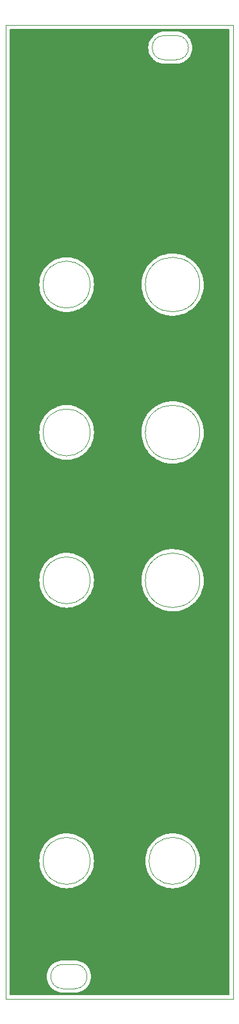
<source format=gbl>
G04 #@! TF.GenerationSoftware,KiCad,Pcbnew,(6.0.1)*
G04 #@! TF.CreationDate,2023-06-10T19:21:57+02:00*
G04 #@! TF.ProjectId,mixerfront,6d697865-7266-4726-9f6e-742e6b696361,rev?*
G04 #@! TF.SameCoordinates,Original*
G04 #@! TF.FileFunction,Copper,L2,Bot*
G04 #@! TF.FilePolarity,Positive*
%FSLAX46Y46*%
G04 Gerber Fmt 4.6, Leading zero omitted, Abs format (unit mm)*
G04 Created by KiCad (PCBNEW (6.0.1)) date 2023-06-10 19:21:57*
%MOMM*%
%LPD*%
G01*
G04 APERTURE LIST*
G04 #@! TA.AperFunction,Profile*
%ADD10C,0.100000*%
G04 #@! TD*
G04 APERTURE END LIST*
D10*
X100600000Y-123250000D02*
G75*
G03*
X100600000Y-123250000I-3600000J0D01*
G01*
X82500000Y-173900000D02*
X84100000Y-173900000D01*
X100600000Y-84250000D02*
G75*
G03*
X100600000Y-84250000I-3600000J0D01*
G01*
X75000000Y-169249999D02*
X75000000Y-178499999D01*
X100600000Y-103750000D02*
G75*
G03*
X100600000Y-103750000I-3600000J0D01*
G01*
X105000000Y-178499998D02*
X105000000Y-169250000D01*
X82500000Y-177100000D02*
X84100000Y-177100000D01*
X97500000Y-54600000D02*
X95900000Y-54600000D01*
X105000000Y-59250000D02*
X105000000Y-50000000D01*
X105000000Y-59250000D02*
X105000000Y-169250000D01*
X97500000Y-51400000D02*
X95900000Y-51400000D01*
X86100000Y-123250000D02*
G75*
G03*
X86100000Y-123250000I-3100000J0D01*
G01*
X86100000Y-103750000D02*
G75*
G03*
X86100000Y-103750000I-3100000J0D01*
G01*
X86100000Y-84250000D02*
G75*
G03*
X86100000Y-84250000I-3100000J0D01*
G01*
X75000000Y-50000000D02*
X75000000Y-59250000D01*
X84100000Y-177100000D02*
G75*
G03*
X84100000Y-173900000I0J1600000D01*
G01*
X105000000Y-50000000D02*
X75000000Y-50000000D01*
X75000000Y-169250000D02*
X75000000Y-59250000D01*
X86100000Y-160250000D02*
G75*
G03*
X86100000Y-160250000I-3100000J0D01*
G01*
X75000000Y-178499999D02*
X105000000Y-178499998D01*
X82500000Y-173900000D02*
G75*
G03*
X82500000Y-177100000I0J-1600000D01*
G01*
X100100000Y-160250000D02*
G75*
G03*
X100100000Y-160250000I-3100000J0D01*
G01*
X95900000Y-51400000D02*
G75*
G03*
X95900000Y-54600000I0J-1600000D01*
G01*
X97500000Y-54600000D02*
G75*
G03*
X97500000Y-51400000I0J1600000D01*
G01*
G04 #@! TA.AperFunction,NonConductor*
G36*
X104434121Y-50528002D02*
G01*
X104480614Y-50581658D01*
X104492000Y-50634000D01*
X104492000Y-177865998D01*
X104471998Y-177934119D01*
X104418342Y-177980612D01*
X104366000Y-177991998D01*
X90000000Y-177991999D01*
X75634000Y-177991999D01*
X75565879Y-177971997D01*
X75519386Y-177918341D01*
X75508000Y-177865999D01*
X75508000Y-175500000D01*
X80387477Y-175500000D01*
X80405550Y-175775740D01*
X80459459Y-176046761D01*
X80548283Y-176308428D01*
X80550107Y-176312126D01*
X80651761Y-176518260D01*
X80670501Y-176556262D01*
X80824023Y-176786023D01*
X80826737Y-176789117D01*
X80826741Y-176789123D01*
X81003512Y-176990690D01*
X81006221Y-176993779D01*
X81009310Y-176996488D01*
X81210877Y-177173259D01*
X81210883Y-177173263D01*
X81213977Y-177175977D01*
X81217403Y-177178266D01*
X81217408Y-177178270D01*
X81388968Y-177292902D01*
X81443739Y-177329499D01*
X81447438Y-177331323D01*
X81447443Y-177331326D01*
X81574440Y-177393954D01*
X81691572Y-177451717D01*
X81695477Y-177453042D01*
X81695478Y-177453043D01*
X81949332Y-177539215D01*
X81949335Y-177539216D01*
X81953239Y-177540541D01*
X81957278Y-177541344D01*
X81957284Y-177541346D01*
X82220217Y-177593646D01*
X82220220Y-177593646D01*
X82224260Y-177594450D01*
X82228371Y-177594719D01*
X82228375Y-177594720D01*
X82317277Y-177600547D01*
X82467761Y-177610410D01*
X82480403Y-177611884D01*
X82487461Y-177613071D01*
X82493816Y-177613149D01*
X82495141Y-177613165D01*
X82495145Y-177613165D01*
X82500000Y-177613224D01*
X82527588Y-177609273D01*
X82545451Y-177608000D01*
X84046793Y-177608000D01*
X84067697Y-177609746D01*
X84087461Y-177613071D01*
X84093517Y-177613145D01*
X84095130Y-177613165D01*
X84095135Y-177613165D01*
X84100000Y-177613224D01*
X84104817Y-177612534D01*
X84105415Y-177612495D01*
X84113864Y-177611614D01*
X84371625Y-177594720D01*
X84371629Y-177594719D01*
X84375740Y-177594450D01*
X84379780Y-177593646D01*
X84379783Y-177593646D01*
X84642716Y-177541346D01*
X84642722Y-177541344D01*
X84646761Y-177540541D01*
X84650665Y-177539216D01*
X84650668Y-177539215D01*
X84904522Y-177453043D01*
X84904523Y-177453042D01*
X84908428Y-177451717D01*
X85025693Y-177393889D01*
X85152558Y-177331326D01*
X85152563Y-177331323D01*
X85156262Y-177329499D01*
X85209044Y-177294231D01*
X85382592Y-177178270D01*
X85382597Y-177178266D01*
X85386023Y-177175977D01*
X85389117Y-177173263D01*
X85389123Y-177173259D01*
X85590690Y-176996488D01*
X85593779Y-176993779D01*
X85596488Y-176990690D01*
X85773259Y-176789123D01*
X85773263Y-176789117D01*
X85775977Y-176786023D01*
X85929499Y-176556262D01*
X85948240Y-176518260D01*
X86049893Y-176312126D01*
X86051717Y-176308428D01*
X86140541Y-176046761D01*
X86194450Y-175775740D01*
X86212523Y-175500000D01*
X86194450Y-175224260D01*
X86140541Y-174953239D01*
X86051717Y-174691572D01*
X85929499Y-174443739D01*
X85775977Y-174213977D01*
X85773263Y-174210883D01*
X85773259Y-174210877D01*
X85596488Y-174009310D01*
X85593779Y-174006221D01*
X85590690Y-174003512D01*
X85389123Y-173826741D01*
X85389117Y-173826737D01*
X85386023Y-173824023D01*
X85382597Y-173821734D01*
X85382592Y-173821730D01*
X85159695Y-173672795D01*
X85156262Y-173670501D01*
X85152563Y-173668677D01*
X85152558Y-173668674D01*
X85025693Y-173606111D01*
X84908428Y-173548283D01*
X84904522Y-173546957D01*
X84650668Y-173460785D01*
X84650665Y-173460784D01*
X84646761Y-173459459D01*
X84642722Y-173458656D01*
X84642716Y-173458654D01*
X84379783Y-173406354D01*
X84379780Y-173406354D01*
X84375740Y-173405550D01*
X84371629Y-173405281D01*
X84371625Y-173405280D01*
X84282723Y-173399453D01*
X84132239Y-173389590D01*
X84119597Y-173388116D01*
X84112539Y-173386929D01*
X84106184Y-173386851D01*
X84104859Y-173386835D01*
X84104855Y-173386835D01*
X84100000Y-173386776D01*
X84075715Y-173390254D01*
X84072412Y-173390727D01*
X84054549Y-173392000D01*
X82553207Y-173392000D01*
X82532303Y-173390254D01*
X82521199Y-173388386D01*
X82512539Y-173386929D01*
X82506483Y-173386855D01*
X82504870Y-173386835D01*
X82504865Y-173386835D01*
X82500000Y-173386776D01*
X82495183Y-173387466D01*
X82494585Y-173387505D01*
X82486136Y-173388386D01*
X82228375Y-173405280D01*
X82228371Y-173405281D01*
X82224260Y-173405550D01*
X82220220Y-173406354D01*
X82220217Y-173406354D01*
X81957284Y-173458654D01*
X81957278Y-173458656D01*
X81953239Y-173459459D01*
X81949335Y-173460784D01*
X81949332Y-173460785D01*
X81695478Y-173546957D01*
X81691572Y-173548283D01*
X81574440Y-173606046D01*
X81447443Y-173668674D01*
X81447438Y-173668677D01*
X81443739Y-173670501D01*
X81440306Y-173672795D01*
X81217408Y-173821730D01*
X81217403Y-173821734D01*
X81213977Y-173824023D01*
X81210883Y-173826737D01*
X81210877Y-173826741D01*
X81009310Y-174003512D01*
X81006221Y-174006221D01*
X81003512Y-174009310D01*
X80826741Y-174210877D01*
X80826737Y-174210883D01*
X80824023Y-174213977D01*
X80670501Y-174443739D01*
X80548283Y-174691572D01*
X80459459Y-174953239D01*
X80405550Y-175224260D01*
X80387477Y-175500000D01*
X75508000Y-175500000D01*
X75508000Y-160250000D01*
X79387049Y-160250000D01*
X79406841Y-160627656D01*
X79466001Y-161001175D01*
X79563879Y-161366463D01*
X79699405Y-161719520D01*
X79700903Y-161722460D01*
X79813614Y-161943666D01*
X79871093Y-162056475D01*
X80077061Y-162373639D01*
X80315054Y-162667536D01*
X80582464Y-162934946D01*
X80876361Y-163172939D01*
X81026775Y-163270619D01*
X81190773Y-163377121D01*
X81190780Y-163377125D01*
X81193524Y-163378907D01*
X81530480Y-163550595D01*
X81883537Y-163686121D01*
X82248825Y-163783999D01*
X82447218Y-163815422D01*
X82619096Y-163842645D01*
X82619104Y-163842646D01*
X82622344Y-163843159D01*
X83000000Y-163862951D01*
X83377656Y-163843159D01*
X83380896Y-163842646D01*
X83380904Y-163842645D01*
X83552782Y-163815422D01*
X83751175Y-163783999D01*
X84116463Y-163686121D01*
X84469520Y-163550595D01*
X84806476Y-163378907D01*
X84809220Y-163377125D01*
X84809227Y-163377121D01*
X84973225Y-163270619D01*
X85123639Y-163172939D01*
X85417536Y-162934946D01*
X85684946Y-162667536D01*
X85922939Y-162373639D01*
X86128907Y-162056475D01*
X86186387Y-161943666D01*
X86299097Y-161722460D01*
X86300595Y-161719520D01*
X86436121Y-161366463D01*
X86533999Y-161001175D01*
X86593159Y-160627656D01*
X86612951Y-160250000D01*
X93387049Y-160250000D01*
X93406841Y-160627656D01*
X93466001Y-161001175D01*
X93563879Y-161366463D01*
X93699405Y-161719520D01*
X93700903Y-161722460D01*
X93813614Y-161943666D01*
X93871093Y-162056475D01*
X94077061Y-162373639D01*
X94315054Y-162667536D01*
X94582464Y-162934946D01*
X94876361Y-163172939D01*
X95026775Y-163270619D01*
X95190773Y-163377121D01*
X95190780Y-163377125D01*
X95193524Y-163378907D01*
X95530480Y-163550595D01*
X95883537Y-163686121D01*
X96248825Y-163783999D01*
X96447218Y-163815422D01*
X96619096Y-163842645D01*
X96619104Y-163842646D01*
X96622344Y-163843159D01*
X97000000Y-163862951D01*
X97377656Y-163843159D01*
X97380896Y-163842646D01*
X97380904Y-163842645D01*
X97552782Y-163815422D01*
X97751175Y-163783999D01*
X98116463Y-163686121D01*
X98469520Y-163550595D01*
X98806476Y-163378907D01*
X98809220Y-163377125D01*
X98809227Y-163377121D01*
X98973225Y-163270619D01*
X99123639Y-163172939D01*
X99417536Y-162934946D01*
X99684946Y-162667536D01*
X99922939Y-162373639D01*
X100128907Y-162056475D01*
X100186387Y-161943666D01*
X100299097Y-161722460D01*
X100300595Y-161719520D01*
X100436121Y-161366463D01*
X100533999Y-161001175D01*
X100593159Y-160627656D01*
X100612951Y-160250000D01*
X100593159Y-159872344D01*
X100533999Y-159498825D01*
X100436121Y-159133537D01*
X100300595Y-158780480D01*
X100289949Y-158759586D01*
X100130406Y-158446466D01*
X100130402Y-158446459D01*
X100128907Y-158443525D01*
X100045257Y-158314714D01*
X99924741Y-158129136D01*
X99922939Y-158126361D01*
X99684946Y-157832464D01*
X99417536Y-157565054D01*
X99123639Y-157327061D01*
X98809245Y-157122891D01*
X98809227Y-157122879D01*
X98809220Y-157122875D01*
X98806476Y-157121093D01*
X98469520Y-156949405D01*
X98116463Y-156813879D01*
X97751175Y-156716001D01*
X97552782Y-156684578D01*
X97380904Y-156657355D01*
X97380896Y-156657354D01*
X97377656Y-156656841D01*
X97000000Y-156637049D01*
X96622344Y-156656841D01*
X96619104Y-156657354D01*
X96619096Y-156657355D01*
X96447218Y-156684578D01*
X96248825Y-156716001D01*
X95883537Y-156813879D01*
X95530480Y-156949405D01*
X95527540Y-156950903D01*
X95196466Y-157119594D01*
X95196459Y-157119598D01*
X95193525Y-157121093D01*
X94876361Y-157327061D01*
X94582464Y-157565054D01*
X94315054Y-157832464D01*
X94077061Y-158126361D01*
X94075259Y-158129136D01*
X93954744Y-158314714D01*
X93871093Y-158443525D01*
X93869598Y-158446459D01*
X93869594Y-158446466D01*
X93710051Y-158759586D01*
X93699405Y-158780480D01*
X93563879Y-159133537D01*
X93466001Y-159498825D01*
X93406841Y-159872344D01*
X93388471Y-160222857D01*
X93387049Y-160250000D01*
X86612951Y-160250000D01*
X86593159Y-159872344D01*
X86533999Y-159498825D01*
X86436121Y-159133537D01*
X86300595Y-158780480D01*
X86289949Y-158759586D01*
X86130406Y-158446466D01*
X86130402Y-158446459D01*
X86128907Y-158443525D01*
X86045257Y-158314714D01*
X85924741Y-158129136D01*
X85922939Y-158126361D01*
X85684946Y-157832464D01*
X85417536Y-157565054D01*
X85123639Y-157327061D01*
X84809245Y-157122891D01*
X84809227Y-157122879D01*
X84809220Y-157122875D01*
X84806476Y-157121093D01*
X84469520Y-156949405D01*
X84116463Y-156813879D01*
X83751175Y-156716001D01*
X83552782Y-156684578D01*
X83380904Y-156657355D01*
X83380896Y-156657354D01*
X83377656Y-156656841D01*
X83000000Y-156637049D01*
X82622344Y-156656841D01*
X82619104Y-156657354D01*
X82619096Y-156657355D01*
X82447218Y-156684578D01*
X82248825Y-156716001D01*
X81883537Y-156813879D01*
X81530480Y-156949405D01*
X81527540Y-156950903D01*
X81196466Y-157119594D01*
X81196459Y-157119598D01*
X81193525Y-157121093D01*
X80876361Y-157327061D01*
X80582464Y-157565054D01*
X80315054Y-157832464D01*
X80077061Y-158126361D01*
X80075259Y-158129136D01*
X79954744Y-158314714D01*
X79871093Y-158443525D01*
X79869598Y-158446459D01*
X79869594Y-158446466D01*
X79710051Y-158759586D01*
X79699405Y-158780480D01*
X79563879Y-159133537D01*
X79466001Y-159498825D01*
X79406841Y-159872344D01*
X79388471Y-160222857D01*
X79387049Y-160250000D01*
X75508000Y-160250000D01*
X75508000Y-123250000D01*
X79387049Y-123250000D01*
X79406841Y-123627656D01*
X79407354Y-123630896D01*
X79407355Y-123630904D01*
X79428188Y-123762434D01*
X79466001Y-124001175D01*
X79563879Y-124366463D01*
X79565064Y-124369551D01*
X79565065Y-124369553D01*
X79571608Y-124386597D01*
X79699405Y-124719520D01*
X79700903Y-124722460D01*
X79813614Y-124943666D01*
X79871093Y-125056475D01*
X80077061Y-125373639D01*
X80315054Y-125667536D01*
X80582464Y-125934946D01*
X80876361Y-126172939D01*
X80995262Y-126250154D01*
X81190773Y-126377121D01*
X81190780Y-126377125D01*
X81193524Y-126378907D01*
X81196448Y-126380397D01*
X81196450Y-126380398D01*
X81417114Y-126492832D01*
X81530480Y-126550595D01*
X81883537Y-126686121D01*
X82248825Y-126783999D01*
X82447218Y-126815422D01*
X82619096Y-126842645D01*
X82619104Y-126842646D01*
X82622344Y-126843159D01*
X83000000Y-126862951D01*
X83377656Y-126843159D01*
X83380896Y-126842646D01*
X83380904Y-126842645D01*
X83552782Y-126815422D01*
X83751175Y-126783999D01*
X84116463Y-126686121D01*
X84469520Y-126550595D01*
X84582886Y-126492832D01*
X84803550Y-126380398D01*
X84803552Y-126380397D01*
X84806476Y-126378907D01*
X84809220Y-126377125D01*
X84809227Y-126377121D01*
X85004738Y-126250154D01*
X85123639Y-126172939D01*
X85417536Y-125934946D01*
X85684946Y-125667536D01*
X85922939Y-125373639D01*
X86128907Y-125056475D01*
X86186387Y-124943666D01*
X86299097Y-124722460D01*
X86300595Y-124719520D01*
X86428392Y-124386597D01*
X86434935Y-124369553D01*
X86434936Y-124369551D01*
X86436121Y-124366463D01*
X86533999Y-124001175D01*
X86571812Y-123762434D01*
X86592645Y-123630904D01*
X86592646Y-123630896D01*
X86593159Y-123627656D01*
X86612951Y-123250000D01*
X86609941Y-123192574D01*
X92887447Y-123192574D01*
X92887945Y-123206829D01*
X92901471Y-123594163D01*
X92901877Y-123597207D01*
X92901878Y-123597217D01*
X92929978Y-123807813D01*
X92954616Y-123992467D01*
X92955316Y-123995451D01*
X92955317Y-123995457D01*
X93038003Y-124347991D01*
X93046375Y-124383684D01*
X93175872Y-124764079D01*
X93341871Y-125130023D01*
X93542788Y-125478021D01*
X93544571Y-125480512D01*
X93544572Y-125480513D01*
X93742631Y-125757158D01*
X93776705Y-125804752D01*
X94041388Y-126107098D01*
X94043636Y-126109209D01*
X94332058Y-126380055D01*
X94332065Y-126380061D01*
X94334313Y-126382172D01*
X94336763Y-126384059D01*
X94336768Y-126384063D01*
X94650238Y-126625468D01*
X94652681Y-126627349D01*
X94655280Y-126628973D01*
X94655290Y-126628980D01*
X94802417Y-126720914D01*
X94993456Y-126840288D01*
X95353383Y-127018958D01*
X95526200Y-127084605D01*
X95726141Y-127160556D01*
X95726146Y-127160558D01*
X95729027Y-127161652D01*
X95732006Y-127162461D01*
X95732008Y-127162462D01*
X96113843Y-127266204D01*
X96113847Y-127266205D01*
X96116803Y-127267008D01*
X96423053Y-127318806D01*
X96509988Y-127333510D01*
X96509991Y-127333510D01*
X96513010Y-127334021D01*
X96671540Y-127345107D01*
X96910799Y-127361838D01*
X96910807Y-127361838D01*
X96913865Y-127362052D01*
X97172803Y-127354819D01*
X97312468Y-127350918D01*
X97312471Y-127350918D01*
X97315542Y-127350832D01*
X97318595Y-127350446D01*
X97318599Y-127350446D01*
X97509476Y-127326332D01*
X97714207Y-127300469D01*
X97717211Y-127299787D01*
X97717214Y-127299786D01*
X98103059Y-127212124D01*
X98103065Y-127212122D01*
X98106055Y-127211443D01*
X98255733Y-127161652D01*
X98484421Y-127085578D01*
X98484427Y-127085576D01*
X98487345Y-127084605D01*
X98632340Y-127020049D01*
X98851639Y-126922411D01*
X98851645Y-126922408D01*
X98854439Y-126921164D01*
X98956913Y-126862951D01*
X99201163Y-126724198D01*
X99201169Y-126724195D01*
X99203831Y-126722682D01*
X99532187Y-126491052D01*
X99836373Y-126228486D01*
X99838494Y-126226259D01*
X99838500Y-126226253D01*
X100111369Y-125939712D01*
X100113486Y-125937489D01*
X100117305Y-125932602D01*
X100358969Y-125623285D01*
X100358971Y-125623282D01*
X100360879Y-125620840D01*
X100362535Y-125618230D01*
X100362541Y-125618222D01*
X100574540Y-125284165D01*
X100574542Y-125284162D01*
X100576193Y-125281560D01*
X100757370Y-124922889D01*
X100784967Y-124851740D01*
X100901568Y-124551126D01*
X100901571Y-124551116D01*
X100902683Y-124548250D01*
X101010744Y-124161219D01*
X101080522Y-123765490D01*
X101111350Y-123364840D01*
X101112954Y-123250000D01*
X101110843Y-123206826D01*
X101093475Y-122851716D01*
X101093325Y-122848646D01*
X101061292Y-122631721D01*
X101035073Y-122454169D01*
X101035072Y-122454165D01*
X101034623Y-122451123D01*
X100937411Y-122061226D01*
X100933107Y-122049137D01*
X100838540Y-121783565D01*
X100802615Y-121682675D01*
X100631523Y-121319085D01*
X100628918Y-121314714D01*
X100427347Y-120976577D01*
X100425767Y-120973926D01*
X100187311Y-120650493D01*
X99918432Y-120351872D01*
X99667667Y-120122891D01*
X99623970Y-120082990D01*
X99623965Y-120082986D01*
X99621696Y-120080914D01*
X99299935Y-119840207D01*
X99256462Y-119813879D01*
X98958848Y-119633637D01*
X98958839Y-119633632D01*
X98956220Y-119632046D01*
X98593834Y-119458419D01*
X98590944Y-119457367D01*
X98590939Y-119457365D01*
X98219133Y-119322039D01*
X98219130Y-119322038D01*
X98216234Y-119320984D01*
X98006695Y-119267184D01*
X97830008Y-119221818D01*
X97830005Y-119221817D01*
X97827024Y-119221052D01*
X97429921Y-119159577D01*
X97426864Y-119159406D01*
X97426863Y-119159406D01*
X97395629Y-119157660D01*
X97028714Y-119137146D01*
X97025636Y-119137275D01*
X97025632Y-119137275D01*
X96764990Y-119148199D01*
X96627232Y-119153973D01*
X96624188Y-119154401D01*
X96624186Y-119154401D01*
X96409296Y-119184602D01*
X96229309Y-119209898D01*
X96180038Y-119221818D01*
X95841734Y-119303662D01*
X95841726Y-119303664D01*
X95838743Y-119304386D01*
X95835846Y-119305395D01*
X95835842Y-119305396D01*
X95788050Y-119322039D01*
X95459260Y-119436535D01*
X95276873Y-119520810D01*
X95097282Y-119603792D01*
X95097272Y-119603797D01*
X95094485Y-119605085D01*
X94747898Y-119808427D01*
X94422807Y-120044619D01*
X94420517Y-120046652D01*
X94420511Y-120046657D01*
X94276025Y-120174938D01*
X94122317Y-120311407D01*
X93849294Y-120606244D01*
X93606346Y-120926317D01*
X93604735Y-120928935D01*
X93604732Y-120928940D01*
X93575426Y-120976577D01*
X93395791Y-121268569D01*
X93219639Y-121629735D01*
X93218568Y-121632616D01*
X93218565Y-121632622D01*
X93163059Y-121781875D01*
X93079571Y-122006367D01*
X92976924Y-122394869D01*
X92912678Y-122791533D01*
X92912485Y-122794606D01*
X92912484Y-122794612D01*
X92908215Y-122862470D01*
X92887447Y-123192574D01*
X86609941Y-123192574D01*
X86593159Y-122872344D01*
X86591596Y-122862470D01*
X86550878Y-122605396D01*
X86533999Y-122498825D01*
X86436121Y-122133537D01*
X86300595Y-121780480D01*
X86195917Y-121575038D01*
X86130406Y-121446466D01*
X86130402Y-121446459D01*
X86128907Y-121443525D01*
X86045257Y-121314714D01*
X85924741Y-121129136D01*
X85922939Y-121126361D01*
X85684946Y-120832464D01*
X85417536Y-120565054D01*
X85123639Y-120327061D01*
X84973225Y-120229381D01*
X84809227Y-120122879D01*
X84809220Y-120122875D01*
X84806476Y-120121093D01*
X84727621Y-120080914D01*
X84472460Y-119950903D01*
X84469520Y-119949405D01*
X84185050Y-119840207D01*
X84119553Y-119815065D01*
X84119551Y-119815064D01*
X84116463Y-119813879D01*
X83751175Y-119716001D01*
X83552782Y-119684578D01*
X83380904Y-119657355D01*
X83380896Y-119657354D01*
X83377656Y-119656841D01*
X83000000Y-119637049D01*
X82622344Y-119656841D01*
X82619104Y-119657354D01*
X82619096Y-119657355D01*
X82447218Y-119684578D01*
X82248825Y-119716001D01*
X81883537Y-119813879D01*
X81880449Y-119815064D01*
X81880447Y-119815065D01*
X81814950Y-119840207D01*
X81530480Y-119949405D01*
X81527540Y-119950903D01*
X81196466Y-120119594D01*
X81196459Y-120119598D01*
X81193525Y-120121093D01*
X81190759Y-120122889D01*
X81190756Y-120122891D01*
X81103199Y-120179751D01*
X80876361Y-120327061D01*
X80582464Y-120565054D01*
X80315054Y-120832464D01*
X80077061Y-121126361D01*
X80075259Y-121129136D01*
X79954744Y-121314714D01*
X79871093Y-121443525D01*
X79869598Y-121446459D01*
X79869594Y-121446466D01*
X79804083Y-121575038D01*
X79699405Y-121780480D01*
X79563879Y-122133537D01*
X79466001Y-122498825D01*
X79449122Y-122605396D01*
X79408405Y-122862470D01*
X79406841Y-122872344D01*
X79388471Y-123222857D01*
X79387049Y-123250000D01*
X75508000Y-123250000D01*
X75508000Y-103750000D01*
X79387049Y-103750000D01*
X79406841Y-104127656D01*
X79407354Y-104130896D01*
X79407355Y-104130904D01*
X79428188Y-104262434D01*
X79466001Y-104501175D01*
X79563879Y-104866463D01*
X79565064Y-104869551D01*
X79565065Y-104869553D01*
X79571608Y-104886597D01*
X79699405Y-105219520D01*
X79700903Y-105222460D01*
X79813614Y-105443666D01*
X79871093Y-105556475D01*
X80077061Y-105873639D01*
X80315054Y-106167536D01*
X80582464Y-106434946D01*
X80876361Y-106672939D01*
X80995262Y-106750154D01*
X81190773Y-106877121D01*
X81190780Y-106877125D01*
X81193524Y-106878907D01*
X81196448Y-106880397D01*
X81196450Y-106880398D01*
X81417114Y-106992832D01*
X81530480Y-107050595D01*
X81883537Y-107186121D01*
X82248825Y-107283999D01*
X82447218Y-107315422D01*
X82619096Y-107342645D01*
X82619104Y-107342646D01*
X82622344Y-107343159D01*
X83000000Y-107362951D01*
X83377656Y-107343159D01*
X83380896Y-107342646D01*
X83380904Y-107342645D01*
X83552782Y-107315422D01*
X83751175Y-107283999D01*
X84116463Y-107186121D01*
X84469520Y-107050595D01*
X84582886Y-106992832D01*
X84803550Y-106880398D01*
X84803552Y-106880397D01*
X84806476Y-106878907D01*
X84809220Y-106877125D01*
X84809227Y-106877121D01*
X85004738Y-106750154D01*
X85123639Y-106672939D01*
X85417536Y-106434946D01*
X85684946Y-106167536D01*
X85922939Y-105873639D01*
X86128907Y-105556475D01*
X86186387Y-105443666D01*
X86299097Y-105222460D01*
X86300595Y-105219520D01*
X86428392Y-104886597D01*
X86434935Y-104869553D01*
X86434936Y-104869551D01*
X86436121Y-104866463D01*
X86533999Y-104501175D01*
X86571812Y-104262434D01*
X86592645Y-104130904D01*
X86592646Y-104130896D01*
X86593159Y-104127656D01*
X86612951Y-103750000D01*
X86609941Y-103692574D01*
X92887447Y-103692574D01*
X92887945Y-103706829D01*
X92901471Y-104094163D01*
X92901877Y-104097207D01*
X92901878Y-104097217D01*
X92929978Y-104307813D01*
X92954616Y-104492467D01*
X92955316Y-104495451D01*
X92955317Y-104495457D01*
X93038003Y-104847991D01*
X93046375Y-104883684D01*
X93175872Y-105264079D01*
X93341871Y-105630023D01*
X93542788Y-105978021D01*
X93544571Y-105980512D01*
X93544572Y-105980513D01*
X93742631Y-106257158D01*
X93776705Y-106304752D01*
X94041388Y-106607098D01*
X94043636Y-106609209D01*
X94332058Y-106880055D01*
X94332065Y-106880061D01*
X94334313Y-106882172D01*
X94336763Y-106884059D01*
X94336768Y-106884063D01*
X94650238Y-107125468D01*
X94652681Y-107127349D01*
X94655280Y-107128973D01*
X94655290Y-107128980D01*
X94802417Y-107220914D01*
X94993456Y-107340288D01*
X95353383Y-107518958D01*
X95526200Y-107584605D01*
X95726141Y-107660556D01*
X95726146Y-107660558D01*
X95729027Y-107661652D01*
X95732006Y-107662461D01*
X95732008Y-107662462D01*
X96113843Y-107766204D01*
X96113847Y-107766205D01*
X96116803Y-107767008D01*
X96423053Y-107818806D01*
X96509988Y-107833510D01*
X96509991Y-107833510D01*
X96513010Y-107834021D01*
X96671540Y-107845107D01*
X96910799Y-107861838D01*
X96910807Y-107861838D01*
X96913865Y-107862052D01*
X97172803Y-107854819D01*
X97312468Y-107850918D01*
X97312471Y-107850918D01*
X97315542Y-107850832D01*
X97318595Y-107850446D01*
X97318599Y-107850446D01*
X97509476Y-107826332D01*
X97714207Y-107800469D01*
X97717211Y-107799787D01*
X97717214Y-107799786D01*
X98103059Y-107712124D01*
X98103065Y-107712122D01*
X98106055Y-107711443D01*
X98255733Y-107661652D01*
X98484421Y-107585578D01*
X98484427Y-107585576D01*
X98487345Y-107584605D01*
X98632340Y-107520049D01*
X98851639Y-107422411D01*
X98851645Y-107422408D01*
X98854439Y-107421164D01*
X98956913Y-107362951D01*
X99201163Y-107224198D01*
X99201169Y-107224195D01*
X99203831Y-107222682D01*
X99532187Y-106991052D01*
X99836373Y-106728486D01*
X99838494Y-106726259D01*
X99838500Y-106726253D01*
X100111369Y-106439712D01*
X100113486Y-106437489D01*
X100117305Y-106432602D01*
X100358969Y-106123285D01*
X100358971Y-106123282D01*
X100360879Y-106120840D01*
X100362535Y-106118230D01*
X100362541Y-106118222D01*
X100574540Y-105784165D01*
X100574542Y-105784162D01*
X100576193Y-105781560D01*
X100757370Y-105422889D01*
X100784967Y-105351740D01*
X100901568Y-105051126D01*
X100901571Y-105051116D01*
X100902683Y-105048250D01*
X101010744Y-104661219D01*
X101080522Y-104265490D01*
X101111350Y-103864840D01*
X101112954Y-103750000D01*
X101110843Y-103706826D01*
X101093475Y-103351716D01*
X101093325Y-103348646D01*
X101061292Y-103131721D01*
X101035073Y-102954169D01*
X101035072Y-102954165D01*
X101034623Y-102951123D01*
X100937411Y-102561226D01*
X100933107Y-102549137D01*
X100838540Y-102283565D01*
X100802615Y-102182675D01*
X100631523Y-101819085D01*
X100628918Y-101814714D01*
X100427347Y-101476577D01*
X100425767Y-101473926D01*
X100187311Y-101150493D01*
X99918432Y-100851872D01*
X99667667Y-100622891D01*
X99623970Y-100582990D01*
X99623965Y-100582986D01*
X99621696Y-100580914D01*
X99299935Y-100340207D01*
X99256462Y-100313879D01*
X98958848Y-100133637D01*
X98958839Y-100133632D01*
X98956220Y-100132046D01*
X98593834Y-99958419D01*
X98590944Y-99957367D01*
X98590939Y-99957365D01*
X98219133Y-99822039D01*
X98219130Y-99822038D01*
X98216234Y-99820984D01*
X98006695Y-99767184D01*
X97830008Y-99721818D01*
X97830005Y-99721817D01*
X97827024Y-99721052D01*
X97429921Y-99659577D01*
X97426864Y-99659406D01*
X97426863Y-99659406D01*
X97395629Y-99657660D01*
X97028714Y-99637146D01*
X97025636Y-99637275D01*
X97025632Y-99637275D01*
X96764990Y-99648199D01*
X96627232Y-99653973D01*
X96624188Y-99654401D01*
X96624186Y-99654401D01*
X96409296Y-99684602D01*
X96229309Y-99709898D01*
X96180038Y-99721818D01*
X95841734Y-99803662D01*
X95841726Y-99803664D01*
X95838743Y-99804386D01*
X95835846Y-99805395D01*
X95835842Y-99805396D01*
X95788050Y-99822039D01*
X95459260Y-99936535D01*
X95276872Y-100020810D01*
X95097282Y-100103792D01*
X95097272Y-100103797D01*
X95094485Y-100105085D01*
X94747898Y-100308427D01*
X94422807Y-100544619D01*
X94420517Y-100546652D01*
X94420511Y-100546657D01*
X94276025Y-100674938D01*
X94122317Y-100811407D01*
X93849294Y-101106244D01*
X93606346Y-101426317D01*
X93604735Y-101428935D01*
X93604732Y-101428940D01*
X93575426Y-101476577D01*
X93395791Y-101768569D01*
X93219639Y-102129735D01*
X93218568Y-102132616D01*
X93218565Y-102132622D01*
X93163059Y-102281875D01*
X93079571Y-102506367D01*
X92976924Y-102894869D01*
X92912678Y-103291533D01*
X92912485Y-103294606D01*
X92912484Y-103294612D01*
X92908215Y-103362470D01*
X92887447Y-103692574D01*
X86609941Y-103692574D01*
X86593159Y-103372344D01*
X86591596Y-103362470D01*
X86550878Y-103105396D01*
X86533999Y-102998825D01*
X86436121Y-102633537D01*
X86300595Y-102280480D01*
X86195917Y-102075038D01*
X86130406Y-101946466D01*
X86130402Y-101946459D01*
X86128907Y-101943525D01*
X86045257Y-101814714D01*
X85924741Y-101629136D01*
X85922939Y-101626361D01*
X85684946Y-101332464D01*
X85417536Y-101065054D01*
X85123639Y-100827061D01*
X84973225Y-100729381D01*
X84809227Y-100622879D01*
X84809220Y-100622875D01*
X84806476Y-100621093D01*
X84727621Y-100580914D01*
X84472460Y-100450903D01*
X84469520Y-100449405D01*
X84185050Y-100340207D01*
X84119553Y-100315065D01*
X84119551Y-100315064D01*
X84116463Y-100313879D01*
X83751175Y-100216001D01*
X83552782Y-100184578D01*
X83380904Y-100157355D01*
X83380896Y-100157354D01*
X83377656Y-100156841D01*
X83000000Y-100137049D01*
X82622344Y-100156841D01*
X82619104Y-100157354D01*
X82619096Y-100157355D01*
X82447218Y-100184578D01*
X82248825Y-100216001D01*
X81883537Y-100313879D01*
X81880449Y-100315064D01*
X81880447Y-100315065D01*
X81814950Y-100340207D01*
X81530480Y-100449405D01*
X81527540Y-100450903D01*
X81196466Y-100619594D01*
X81196459Y-100619598D01*
X81193525Y-100621093D01*
X81190759Y-100622889D01*
X81190756Y-100622891D01*
X81103199Y-100679751D01*
X80876361Y-100827061D01*
X80582464Y-101065054D01*
X80315054Y-101332464D01*
X80077061Y-101626361D01*
X80075259Y-101629136D01*
X79954744Y-101814714D01*
X79871093Y-101943525D01*
X79869598Y-101946459D01*
X79869594Y-101946466D01*
X79804083Y-102075038D01*
X79699405Y-102280480D01*
X79563879Y-102633537D01*
X79466001Y-102998825D01*
X79449122Y-103105396D01*
X79408405Y-103362470D01*
X79406841Y-103372344D01*
X79388471Y-103722857D01*
X79387049Y-103750000D01*
X75508000Y-103750000D01*
X75508000Y-84250000D01*
X79387049Y-84250000D01*
X79406841Y-84627656D01*
X79407354Y-84630896D01*
X79407355Y-84630904D01*
X79428188Y-84762434D01*
X79466001Y-85001175D01*
X79563879Y-85366463D01*
X79565064Y-85369551D01*
X79565065Y-85369553D01*
X79571608Y-85386597D01*
X79699405Y-85719520D01*
X79700903Y-85722460D01*
X79813614Y-85943666D01*
X79871093Y-86056475D01*
X80077061Y-86373639D01*
X80315054Y-86667536D01*
X80582464Y-86934946D01*
X80876361Y-87172939D01*
X80995262Y-87250154D01*
X81190773Y-87377121D01*
X81190780Y-87377125D01*
X81193524Y-87378907D01*
X81196448Y-87380397D01*
X81196450Y-87380398D01*
X81417114Y-87492832D01*
X81530480Y-87550595D01*
X81883537Y-87686121D01*
X82248825Y-87783999D01*
X82447218Y-87815422D01*
X82619096Y-87842645D01*
X82619104Y-87842646D01*
X82622344Y-87843159D01*
X83000000Y-87862951D01*
X83377656Y-87843159D01*
X83380896Y-87842646D01*
X83380904Y-87842645D01*
X83552782Y-87815422D01*
X83751175Y-87783999D01*
X84116463Y-87686121D01*
X84469520Y-87550595D01*
X84582886Y-87492832D01*
X84803550Y-87380398D01*
X84803552Y-87380397D01*
X84806476Y-87378907D01*
X84809220Y-87377125D01*
X84809227Y-87377121D01*
X85004738Y-87250154D01*
X85123639Y-87172939D01*
X85417536Y-86934946D01*
X85684946Y-86667536D01*
X85922939Y-86373639D01*
X86128907Y-86056475D01*
X86186387Y-85943666D01*
X86299097Y-85722460D01*
X86300595Y-85719520D01*
X86428392Y-85386597D01*
X86434935Y-85369553D01*
X86434936Y-85369551D01*
X86436121Y-85366463D01*
X86533999Y-85001175D01*
X86571812Y-84762434D01*
X86592645Y-84630904D01*
X86592646Y-84630896D01*
X86593159Y-84627656D01*
X86612951Y-84250000D01*
X86609941Y-84192574D01*
X92887447Y-84192574D01*
X92887945Y-84206829D01*
X92901471Y-84594163D01*
X92901877Y-84597207D01*
X92901878Y-84597217D01*
X92929978Y-84807813D01*
X92954616Y-84992467D01*
X92955316Y-84995451D01*
X92955317Y-84995457D01*
X93038003Y-85347991D01*
X93046375Y-85383684D01*
X93175872Y-85764079D01*
X93341871Y-86130023D01*
X93542788Y-86478021D01*
X93544571Y-86480512D01*
X93544572Y-86480513D01*
X93742631Y-86757158D01*
X93776705Y-86804752D01*
X94041388Y-87107098D01*
X94043636Y-87109209D01*
X94332058Y-87380055D01*
X94332065Y-87380061D01*
X94334313Y-87382172D01*
X94336763Y-87384059D01*
X94336768Y-87384063D01*
X94650238Y-87625468D01*
X94652681Y-87627349D01*
X94655280Y-87628973D01*
X94655290Y-87628980D01*
X94802417Y-87720914D01*
X94993456Y-87840288D01*
X95353383Y-88018958D01*
X95526200Y-88084605D01*
X95726141Y-88160556D01*
X95726146Y-88160558D01*
X95729027Y-88161652D01*
X95732006Y-88162461D01*
X95732008Y-88162462D01*
X96113843Y-88266204D01*
X96113847Y-88266205D01*
X96116803Y-88267008D01*
X96423053Y-88318806D01*
X96509988Y-88333510D01*
X96509991Y-88333510D01*
X96513010Y-88334021D01*
X96671540Y-88345107D01*
X96910799Y-88361838D01*
X96910807Y-88361838D01*
X96913865Y-88362052D01*
X97172803Y-88354819D01*
X97312468Y-88350918D01*
X97312471Y-88350918D01*
X97315542Y-88350832D01*
X97318595Y-88350446D01*
X97318599Y-88350446D01*
X97509476Y-88326332D01*
X97714207Y-88300469D01*
X97717211Y-88299787D01*
X97717214Y-88299786D01*
X98103059Y-88212124D01*
X98103065Y-88212122D01*
X98106055Y-88211443D01*
X98255733Y-88161652D01*
X98484421Y-88085578D01*
X98484427Y-88085576D01*
X98487345Y-88084605D01*
X98632340Y-88020049D01*
X98851639Y-87922411D01*
X98851645Y-87922408D01*
X98854439Y-87921164D01*
X98956913Y-87862951D01*
X99201163Y-87724198D01*
X99201169Y-87724195D01*
X99203831Y-87722682D01*
X99532187Y-87491052D01*
X99836373Y-87228486D01*
X99838494Y-87226259D01*
X99838500Y-87226253D01*
X100111369Y-86939712D01*
X100113486Y-86937489D01*
X100117305Y-86932602D01*
X100358969Y-86623285D01*
X100358971Y-86623282D01*
X100360879Y-86620840D01*
X100362535Y-86618230D01*
X100362541Y-86618222D01*
X100574540Y-86284165D01*
X100574542Y-86284162D01*
X100576193Y-86281560D01*
X100757370Y-85922889D01*
X100784967Y-85851740D01*
X100901568Y-85551126D01*
X100901571Y-85551116D01*
X100902683Y-85548250D01*
X101010744Y-85161219D01*
X101080522Y-84765490D01*
X101111350Y-84364840D01*
X101112954Y-84250000D01*
X101110843Y-84206826D01*
X101093475Y-83851716D01*
X101093325Y-83848646D01*
X101061292Y-83631721D01*
X101035073Y-83454169D01*
X101035072Y-83454165D01*
X101034623Y-83451123D01*
X100937411Y-83061226D01*
X100933107Y-83049137D01*
X100838540Y-82783565D01*
X100802615Y-82682675D01*
X100631523Y-82319085D01*
X100628918Y-82314714D01*
X100427347Y-81976577D01*
X100425767Y-81973926D01*
X100187311Y-81650493D01*
X99918432Y-81351872D01*
X99667667Y-81122891D01*
X99623970Y-81082990D01*
X99623965Y-81082986D01*
X99621696Y-81080914D01*
X99299935Y-80840207D01*
X99256462Y-80813879D01*
X98958848Y-80633637D01*
X98958839Y-80633632D01*
X98956220Y-80632046D01*
X98593834Y-80458419D01*
X98590944Y-80457367D01*
X98590939Y-80457365D01*
X98219133Y-80322039D01*
X98219130Y-80322038D01*
X98216234Y-80320984D01*
X98006695Y-80267184D01*
X97830008Y-80221818D01*
X97830005Y-80221817D01*
X97827024Y-80221052D01*
X97429921Y-80159577D01*
X97426864Y-80159406D01*
X97426863Y-80159406D01*
X97395629Y-80157660D01*
X97028714Y-80137146D01*
X97025636Y-80137275D01*
X97025632Y-80137275D01*
X96764990Y-80148199D01*
X96627232Y-80153973D01*
X96624188Y-80154401D01*
X96624186Y-80154401D01*
X96409296Y-80184602D01*
X96229309Y-80209898D01*
X96180038Y-80221818D01*
X95841734Y-80303662D01*
X95841726Y-80303664D01*
X95838743Y-80304386D01*
X95835846Y-80305395D01*
X95835842Y-80305396D01*
X95788050Y-80322039D01*
X95459260Y-80436535D01*
X95276873Y-80520810D01*
X95097282Y-80603792D01*
X95097272Y-80603797D01*
X95094485Y-80605085D01*
X94747898Y-80808427D01*
X94422807Y-81044619D01*
X94420517Y-81046652D01*
X94420511Y-81046657D01*
X94276025Y-81174938D01*
X94122317Y-81311407D01*
X93849294Y-81606244D01*
X93606346Y-81926317D01*
X93604735Y-81928935D01*
X93604732Y-81928940D01*
X93575426Y-81976577D01*
X93395791Y-82268569D01*
X93219639Y-82629735D01*
X93218568Y-82632616D01*
X93218565Y-82632622D01*
X93163059Y-82781875D01*
X93079571Y-83006367D01*
X92976924Y-83394869D01*
X92912678Y-83791533D01*
X92912485Y-83794606D01*
X92912484Y-83794612D01*
X92908215Y-83862470D01*
X92887447Y-84192574D01*
X86609941Y-84192574D01*
X86593159Y-83872344D01*
X86591596Y-83862470D01*
X86550878Y-83605396D01*
X86533999Y-83498825D01*
X86436121Y-83133537D01*
X86300595Y-82780480D01*
X86195917Y-82575038D01*
X86130406Y-82446466D01*
X86130402Y-82446459D01*
X86128907Y-82443525D01*
X86045257Y-82314714D01*
X85924741Y-82129136D01*
X85922939Y-82126361D01*
X85684946Y-81832464D01*
X85417536Y-81565054D01*
X85123639Y-81327061D01*
X84973225Y-81229381D01*
X84809227Y-81122879D01*
X84809220Y-81122875D01*
X84806476Y-81121093D01*
X84727621Y-81080914D01*
X84472460Y-80950903D01*
X84469520Y-80949405D01*
X84185050Y-80840207D01*
X84119553Y-80815065D01*
X84119551Y-80815064D01*
X84116463Y-80813879D01*
X83751175Y-80716001D01*
X83552782Y-80684578D01*
X83380904Y-80657355D01*
X83380896Y-80657354D01*
X83377656Y-80656841D01*
X83000000Y-80637049D01*
X82622344Y-80656841D01*
X82619104Y-80657354D01*
X82619096Y-80657355D01*
X82447218Y-80684578D01*
X82248825Y-80716001D01*
X81883537Y-80813879D01*
X81880449Y-80815064D01*
X81880447Y-80815065D01*
X81814950Y-80840207D01*
X81530480Y-80949405D01*
X81527540Y-80950903D01*
X81196466Y-81119594D01*
X81196459Y-81119598D01*
X81193525Y-81121093D01*
X81190759Y-81122889D01*
X81190756Y-81122891D01*
X81103199Y-81179751D01*
X80876361Y-81327061D01*
X80582464Y-81565054D01*
X80315054Y-81832464D01*
X80077061Y-82126361D01*
X80075259Y-82129136D01*
X79954744Y-82314714D01*
X79871093Y-82443525D01*
X79869598Y-82446459D01*
X79869594Y-82446466D01*
X79804083Y-82575038D01*
X79699405Y-82780480D01*
X79563879Y-83133537D01*
X79466001Y-83498825D01*
X79449122Y-83605396D01*
X79408405Y-83862470D01*
X79406841Y-83872344D01*
X79388471Y-84222857D01*
X79387049Y-84250000D01*
X75508000Y-84250000D01*
X75508000Y-53000000D01*
X93787477Y-53000000D01*
X93805550Y-53275740D01*
X93859459Y-53546761D01*
X93948283Y-53808428D01*
X93950107Y-53812126D01*
X94051761Y-54018260D01*
X94070501Y-54056262D01*
X94224023Y-54286023D01*
X94226737Y-54289117D01*
X94226741Y-54289123D01*
X94403512Y-54490690D01*
X94406221Y-54493779D01*
X94409310Y-54496488D01*
X94610877Y-54673259D01*
X94610883Y-54673263D01*
X94613977Y-54675977D01*
X94617403Y-54678266D01*
X94617408Y-54678270D01*
X94788968Y-54792902D01*
X94843739Y-54829499D01*
X94847438Y-54831323D01*
X94847443Y-54831326D01*
X94974440Y-54893954D01*
X95091572Y-54951717D01*
X95095477Y-54953042D01*
X95095478Y-54953043D01*
X95349332Y-55039215D01*
X95349335Y-55039216D01*
X95353239Y-55040541D01*
X95357278Y-55041344D01*
X95357284Y-55041346D01*
X95620217Y-55093646D01*
X95620220Y-55093646D01*
X95624260Y-55094450D01*
X95628371Y-55094719D01*
X95628375Y-55094720D01*
X95717277Y-55100547D01*
X95867761Y-55110410D01*
X95880403Y-55111884D01*
X95887461Y-55113071D01*
X95893816Y-55113149D01*
X95895141Y-55113165D01*
X95895145Y-55113165D01*
X95900000Y-55113224D01*
X95927588Y-55109273D01*
X95945451Y-55108000D01*
X97446793Y-55108000D01*
X97467697Y-55109746D01*
X97487461Y-55113071D01*
X97493517Y-55113145D01*
X97495130Y-55113165D01*
X97495135Y-55113165D01*
X97500000Y-55113224D01*
X97504817Y-55112534D01*
X97505415Y-55112495D01*
X97513864Y-55111614D01*
X97771625Y-55094720D01*
X97771629Y-55094719D01*
X97775740Y-55094450D01*
X97779780Y-55093646D01*
X97779783Y-55093646D01*
X98042716Y-55041346D01*
X98042722Y-55041344D01*
X98046761Y-55040541D01*
X98050665Y-55039216D01*
X98050668Y-55039215D01*
X98304522Y-54953043D01*
X98304523Y-54953042D01*
X98308428Y-54951717D01*
X98425693Y-54893889D01*
X98552558Y-54831326D01*
X98552563Y-54831323D01*
X98556262Y-54829499D01*
X98609044Y-54794231D01*
X98782592Y-54678270D01*
X98782597Y-54678266D01*
X98786023Y-54675977D01*
X98789117Y-54673263D01*
X98789123Y-54673259D01*
X98990690Y-54496488D01*
X98993779Y-54493779D01*
X98996488Y-54490690D01*
X99173259Y-54289123D01*
X99173263Y-54289117D01*
X99175977Y-54286023D01*
X99329499Y-54056262D01*
X99348240Y-54018260D01*
X99449893Y-53812126D01*
X99451717Y-53808428D01*
X99540541Y-53546761D01*
X99594450Y-53275740D01*
X99612523Y-53000000D01*
X99594450Y-52724260D01*
X99540541Y-52453239D01*
X99451717Y-52191572D01*
X99329499Y-51943739D01*
X99175977Y-51713977D01*
X99173263Y-51710883D01*
X99173259Y-51710877D01*
X98996488Y-51509310D01*
X98993779Y-51506221D01*
X98990690Y-51503512D01*
X98789123Y-51326741D01*
X98789117Y-51326737D01*
X98786023Y-51324023D01*
X98782597Y-51321734D01*
X98782592Y-51321730D01*
X98559695Y-51172795D01*
X98556262Y-51170501D01*
X98552563Y-51168677D01*
X98552558Y-51168674D01*
X98425693Y-51106111D01*
X98308428Y-51048283D01*
X98304522Y-51046957D01*
X98050668Y-50960785D01*
X98050665Y-50960784D01*
X98046761Y-50959459D01*
X98042722Y-50958656D01*
X98042716Y-50958654D01*
X97779783Y-50906354D01*
X97779780Y-50906354D01*
X97775740Y-50905550D01*
X97771629Y-50905281D01*
X97771625Y-50905280D01*
X97682723Y-50899453D01*
X97532239Y-50889590D01*
X97519597Y-50888116D01*
X97512539Y-50886929D01*
X97506184Y-50886851D01*
X97504859Y-50886835D01*
X97504855Y-50886835D01*
X97500000Y-50886776D01*
X97475715Y-50890254D01*
X97472412Y-50890727D01*
X97454549Y-50892000D01*
X95953207Y-50892000D01*
X95932303Y-50890254D01*
X95921199Y-50888386D01*
X95912539Y-50886929D01*
X95906483Y-50886855D01*
X95904870Y-50886835D01*
X95904865Y-50886835D01*
X95900000Y-50886776D01*
X95895183Y-50887466D01*
X95894585Y-50887505D01*
X95886136Y-50888386D01*
X95628375Y-50905280D01*
X95628371Y-50905281D01*
X95624260Y-50905550D01*
X95620220Y-50906354D01*
X95620217Y-50906354D01*
X95357284Y-50958654D01*
X95357278Y-50958656D01*
X95353239Y-50959459D01*
X95349335Y-50960784D01*
X95349332Y-50960785D01*
X95095478Y-51046957D01*
X95091572Y-51048283D01*
X94974440Y-51106046D01*
X94847443Y-51168674D01*
X94847438Y-51168677D01*
X94843739Y-51170501D01*
X94840306Y-51172795D01*
X94617408Y-51321730D01*
X94617403Y-51321734D01*
X94613977Y-51324023D01*
X94610883Y-51326737D01*
X94610877Y-51326741D01*
X94409310Y-51503512D01*
X94406221Y-51506221D01*
X94403512Y-51509310D01*
X94226741Y-51710877D01*
X94226737Y-51710883D01*
X94224023Y-51713977D01*
X94070501Y-51943739D01*
X93948283Y-52191572D01*
X93859459Y-52453239D01*
X93805550Y-52724260D01*
X93787477Y-53000000D01*
X75508000Y-53000000D01*
X75508000Y-50634000D01*
X75528002Y-50565879D01*
X75581658Y-50519386D01*
X75634000Y-50508000D01*
X104366000Y-50508000D01*
X104434121Y-50528002D01*
G37*
G04 #@! TD.AperFunction*
M02*

</source>
